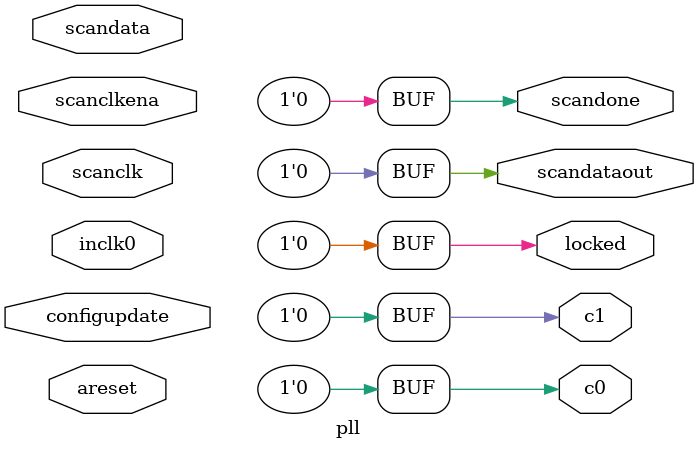
<source format=v>
module pll(	// file.cleaned.mlir:2:3
  input  areset,	// file.cleaned.mlir:2:21
         configupdate,	// file.cleaned.mlir:2:38
         inclk0,	// file.cleaned.mlir:2:61
         scanclk,	// file.cleaned.mlir:2:78
         scanclkena,	// file.cleaned.mlir:2:96
         scandata,	// file.cleaned.mlir:2:117
  output c0,	// file.cleaned.mlir:2:137
         c1,	// file.cleaned.mlir:2:150
         locked,	// file.cleaned.mlir:2:163
         scandataout,	// file.cleaned.mlir:2:180
         scandone	// file.cleaned.mlir:2:202
);

  assign c0 = 1'h0;	// file.cleaned.mlir:3:14, :4:5
  assign c1 = 1'h0;	// file.cleaned.mlir:3:14, :4:5
  assign locked = 1'h0;	// file.cleaned.mlir:3:14, :4:5
  assign scandataout = 1'h0;	// file.cleaned.mlir:3:14, :4:5
  assign scandone = 1'h0;	// file.cleaned.mlir:3:14, :4:5
endmodule


</source>
